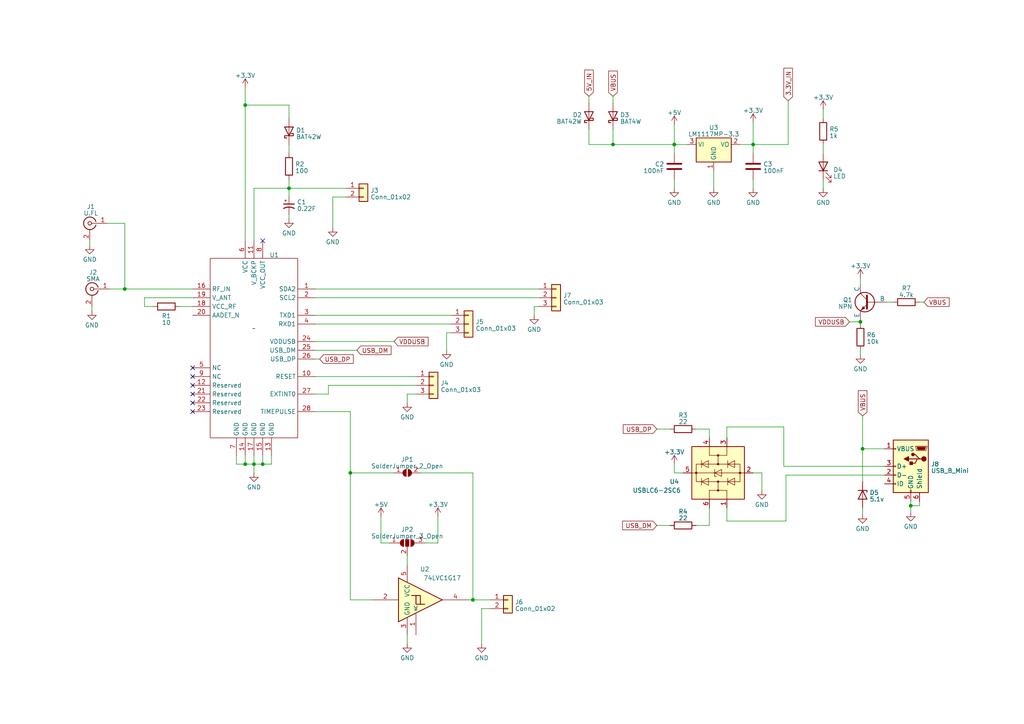
<source format=kicad_sch>
(kicad_sch (version 20230121) (generator eeschema)
  (paper "A4")
  (lib_symbols
    (symbol "74xGxx:74LVC1G17"
      (property "Reference" "U" (at 2.54 7.62 0))
      (property "Value" "74LVC1G17" (at 5.08 -7.62 0))
      (symbol "74LVC1G17_0_1"
        (polyline (pts (xy -2.54 1.27) (xy -1.27 1.27) (xy -1.27 -1.27)) (stroke (width 0.254)) (fill (type background)))
        (polyline (pts (xy -7.62 6.35) (xy -7.62 -6.35) (xy 5.08 0) (xy -7.62 6.35)) (stroke (width 0.254)) (fill (type background)))
        (polyline (pts (xy -3.81 1.27) (xy -2.54 1.27) (xy -2.54 -1.27) (xy 0 -1.27)) (stroke (width 0.254)) (fill (type background)))
      )
      (symbol "74LVC1G17_1_1"
        (pin free line (at -2.54 -10.16 90) (length 6.35) (name "NC") (number "1"))
        (pin input line (at -15.24 0 0) (length 7.62) (name "~") (number "2"))
        (pin power_in line (at -5.08 -10.16 90) (length 5.08) (name "GND") (number "3"))
        (pin output line (at 12.7 0 180) (length 7.62) (name "~") (number "4"))
        (pin power_in line (at -5.08 10.16 270) (length 5.08) (name "VCC") (number "5"))
      )
    )
    (symbol "Connector:Conn_Coaxial" (pin_names (offset 1.016) hide)
      (property "Reference" "J" (at 0.254 3.048 0))
      (property "Value" "Conn_Coaxial" (at 2.921 0 90))
      (symbol "Conn_Coaxial_0_1"
        (arc (start -1.778 -0.508) (mid 0.2311 -1.8066) (end 1.778 0) (stroke (width 0.254)))
        (polyline (pts (xy -2.54 0) (xy -0.508 0)))
        (polyline (pts (xy 0 -2.54) (xy 0 -1.778)))
        (circle (center 0 0) (radius 0.508) (stroke (width 0.2032)))
        (arc (start 1.778 0) (mid 0.2099 1.8101) (end -1.778 0.508) (stroke (width 0.254)))
      )
      (symbol "Conn_Coaxial_1_1"
        (pin passive line (at -5.08 0 0) (length 2.54) (name "In") (number "1"))
        (pin passive line (at 0 -5.08 90) (length 2.54) (name "Ext") (number "2"))
      )
    )
    (symbol "Connector:USB_B_Mini" (pin_names (offset 1.016))
      (property "Reference" "J" (at -5.08 11.43 0))
      (property "Value" "USB_B_Mini" (at -5.08 8.89 0))
      (symbol "USB_B_Mini_0_1"
        (rectangle (start -5.08 -7.62) (end 5.08 7.62) (stroke (width 0.254)) (fill (type background)))
        (circle (center -3.81 2.159) (radius 0.635) (stroke (width 0.254)) (fill (type outline)))
        (circle (center -0.635 3.429) (radius 0.381) (stroke (width 0.254)) (fill (type outline)))
        (rectangle (start -0.127 -7.62) (end 0.127 -6.858))
        (polyline (pts (xy -1.905 2.159) (xy 0.635 2.159)) (stroke (width 0.254)))
        (polyline (pts (xy -3.175 2.159) (xy -2.54 2.159) (xy -1.27 3.429) (xy -0.635 3.429)) (stroke (width 0.254)))
        (polyline (pts (xy -2.54 2.159) (xy -1.905 2.159) (xy -1.27 0.889) (xy 0 0.889)) (stroke (width 0.254)))
        (polyline (pts (xy 0.635 2.794) (xy 0.635 1.524) (xy 1.905 2.159) (xy 0.635 2.794)) (stroke (width 0.254)) (fill (type outline)))
        (polyline (pts (xy -4.318 5.588) (xy -1.778 5.588) (xy -2.032 4.826) (xy -4.064 4.826) (xy -4.318 5.588)) (fill (type outline)))
        (polyline (pts (xy -4.699 5.842) (xy -4.699 5.588) (xy -4.445 4.826) (xy -4.445 4.572) (xy -1.651 4.572) (xy -1.651 4.826) (xy -1.397 5.588) (xy -1.397 5.842) (xy -4.699 5.842)))
        (rectangle (start 0.254 1.27) (end -0.508 0.508) (stroke (width 0.254)) (fill (type outline)))
        (rectangle (start 5.08 -5.207) (end 4.318 -4.953))
        (rectangle (start 5.08 -2.667) (end 4.318 -2.413))
        (rectangle (start 5.08 -0.127) (end 4.318 0.127))
        (rectangle (start 5.08 4.953) (end 4.318 5.207))
      )
      (symbol "USB_B_Mini_1_1"
        (pin power_out line (at 7.62 5.08 180) (length 2.54) (name "VBUS") (number "1"))
        (pin bidirectional line (at 7.62 -2.54 180) (length 2.54) (name "D-") (number "2"))
        (pin bidirectional line (at 7.62 0 180) (length 2.54) (name "D+") (number "3"))
        (pin passive line (at 7.62 -5.08 180) (length 2.54) (name "ID") (number "4"))
        (pin power_out line (at 0 -10.16 90) (length 2.54) (name "GND") (number "5"))
        (pin passive line (at -2.54 -10.16 90) (length 2.54) (name "Shield") (number "6"))
      )
    )
    (symbol "Connector_Generic:Conn_01x02" (pin_names (offset 1.016) hide)
      (property "Reference" "J" (at 0 2.54 0))
      (property "Value" "Conn_01x02" (at 0 -5.08 0))
      (symbol "Conn_01x02_1_1"
        (rectangle (start -1.27 -2.413) (end 0 -2.667) (stroke (width 0.1524)))
        (rectangle (start -1.27 0.127) (end 0 -0.127) (stroke (width 0.1524)))
        (rectangle (start -1.27 1.27) (end 1.27 -3.81) (stroke (width 0.254)) (fill (type background)))
        (pin passive line (at -5.08 0 0) (length 3.81) (name "Pin_1") (number "1"))
        (pin passive line (at -5.08 -2.54 0) (length 3.81) (name "Pin_2") (number "2"))
      )
    )
    (symbol "Connector_Generic:Conn_01x03" (pin_names (offset 1.016) hide)
      (property "Reference" "J" (at 0 5.08 0))
      (property "Value" "Conn_01x03" (at 0 -5.08 0))
      (symbol "Conn_01x03_1_1"
        (rectangle (start -1.27 -2.413) (end 0 -2.667) (stroke (width 0.1524)))
        (rectangle (start -1.27 0.127) (end 0 -0.127) (stroke (width 0.1524)))
        (rectangle (start -1.27 2.667) (end 0 2.413) (stroke (width 0.1524)))
        (rectangle (start -1.27 3.81) (end 1.27 -3.81) (stroke (width 0.254)) (fill (type background)))
        (pin passive line (at -5.08 2.54 0) (length 3.81) (name "Pin_1") (number "1"))
        (pin passive line (at -5.08 0 0) (length 3.81) (name "Pin_2") (number "2"))
        (pin passive line (at -5.08 -2.54 0) (length 3.81) (name "Pin_3") (number "3"))
      )
    )
    (symbol "Device:C" (pin_numbers hide) (pin_names (offset 0.254))
      (property "Reference" "C" (at 0.635 2.54 0))
      (property "Value" "C" (at 0.635 -2.54 0))
      (symbol "C_0_1"
        (polyline (pts (xy -2.032 -0.762) (xy 2.032 -0.762)) (stroke (width 0.508)))
        (polyline (pts (xy -2.032 0.762) (xy 2.032 0.762)) (stroke (width 0.508)))
      )
      (symbol "C_1_1"
        (pin passive line (at 0 3.81 270) (length 2.794) (name "~") (number "1"))
        (pin passive line (at 0 -3.81 90) (length 2.794) (name "~") (number "2"))
      )
    )
    (symbol "Device:C_Polarized_Small_US" (pin_numbers hide) (pin_names (offset 0.254) hide)
      (property "Reference" "C" (at 0.254 1.778 0))
      (property "Value" "C_Polarized_Small_US" (at 0.254 -2.032 0))
      (symbol "C_Polarized_Small_US_0_1"
        (polyline (pts (xy -1.524 0.508) (xy 1.524 0.508)) (stroke (width 0.3048)))
        (polyline (pts (xy -1.27 1.524) (xy -0.762 1.524)))
        (polyline (pts (xy -1.016 1.27) (xy -1.016 1.778)))
        (arc (start 1.524 -0.762) (mid 0 -0.3734) (end -1.524 -0.762) (stroke (width 0.3048)))
      )
      (symbol "C_Polarized_Small_US_1_1"
        (pin passive line (at 0 2.54 270) (length 2.032) (name "~") (number "1"))
        (pin passive line (at 0 -2.54 90) (length 2.032) (name "~") (number "2"))
      )
    )
    (symbol "Device:D_Schottky" (pin_numbers hide) (pin_names (offset 1.016) hide)
      (property "Reference" "D" (at 0 2.54 0))
      (property "Value" "D_Schottky" (at 0 -2.54 0))
      (symbol "D_Schottky_0_1"
        (polyline (pts (xy 1.27 0) (xy -1.27 0)))
        (polyline (pts (xy 1.27 1.27) (xy 1.27 -1.27) (xy -1.27 0) (xy 1.27 1.27)) (stroke (width 0.254)))
        (polyline (pts (xy -1.905 0.635) (xy -1.905 1.27) (xy -1.27 1.27) (xy -1.27 -1.27) (xy -0.635 -1.27) (xy -0.635 -0.635)) (stroke (width 0.254)))
      )
      (symbol "D_Schottky_1_1"
        (pin passive line (at -3.81 0 0) (length 2.54) (name "K") (number "1"))
        (pin passive line (at 3.81 0 180) (length 2.54) (name "A") (number "2"))
      )
    )
    (symbol "Device:D_Zener" (pin_numbers hide) (pin_names (offset 1.016) hide)
      (property "Reference" "D" (at 0 2.54 0))
      (property "Value" "D_Zener" (at 0 -2.54 0))
      (symbol "D_Zener_0_1"
        (polyline (pts (xy 1.27 0) (xy -1.27 0)))
        (polyline (pts (xy -1.27 -1.27) (xy -1.27 1.27) (xy -0.762 1.27)) (stroke (width 0.254)))
        (polyline (pts (xy 1.27 -1.27) (xy 1.27 1.27) (xy -1.27 0) (xy 1.27 -1.27)) (stroke (width 0.254)))
      )
      (symbol "D_Zener_1_1"
        (pin passive line (at -3.81 0 0) (length 2.54) (name "K") (number "1"))
        (pin passive line (at 3.81 0 180) (length 2.54) (name "A") (number "2"))
      )
    )
    (symbol "Device:LED" (pin_numbers hide) (pin_names (offset 1.016) hide)
      (property "Reference" "D" (at 0 2.54 0))
      (property "Value" "LED" (at 0 -2.54 0))
      (symbol "LED_0_1"
        (polyline (pts (xy -1.27 -1.27) (xy -1.27 1.27)) (stroke (width 0.254)))
        (polyline (pts (xy -1.27 0) (xy 1.27 0)))
        (polyline (pts (xy 1.27 -1.27) (xy 1.27 1.27) (xy -1.27 0) (xy 1.27 -1.27)) (stroke (width 0.254)))
        (polyline (pts (xy -3.048 -0.762) (xy -4.572 -2.286) (xy -3.81 -2.286) (xy -4.572 -2.286) (xy -4.572 -1.524)))
        (polyline (pts (xy -1.778 -0.762) (xy -3.302 -2.286) (xy -2.54 -2.286) (xy -3.302 -2.286) (xy -3.302 -1.524)))
      )
      (symbol "LED_1_1"
        (pin passive line (at -3.81 0 0) (length 2.54) (name "K") (number "1"))
        (pin passive line (at 3.81 0 180) (length 2.54) (name "A") (number "2"))
      )
    )
    (symbol "Device:R" (pin_numbers hide) (pin_names (offset 0))
      (property "Reference" "R" (at 2.032 0 90))
      (property "Value" "R" (at 0 0 90))
      (symbol "R_0_1"
        (rectangle (start -1.016 -2.54) (end 1.016 2.54) (stroke (width 0.254)))
      )
      (symbol "R_1_1"
        (pin passive line (at 0 3.81 270) (length 1.27) (name "~") (number "1"))
        (pin passive line (at 0 -3.81 90) (length 1.27) (name "~") (number "2"))
      )
    )
    (symbol "Jumper:SolderJumper_2_Open" (pin_names (offset 0) hide)
      (property "Reference" "JP" (at 0 2.032 0))
      (property "Value" "SolderJumper_2_Open" (at 0 -2.54 0))
      (symbol "SolderJumper_2_Open_0_1"
        (arc (start -0.254 1.016) (mid -1.2656 0) (end -0.254 -1.016))
        (arc (start -0.254 1.016) (mid -1.2656 0) (end -0.254 -1.016) (fill (type outline)))
        (polyline (pts (xy -0.254 1.016) (xy -0.254 -1.016)))
        (polyline (pts (xy 0.254 1.016) (xy 0.254 -1.016)))
        (arc (start 0.254 -1.016) (mid 1.2656 0) (end 0.254 1.016))
        (arc (start 0.254 -1.016) (mid 1.2656 0) (end 0.254 1.016) (fill (type outline)))
      )
      (symbol "SolderJumper_2_Open_1_1"
        (pin passive line (at -3.81 0 0) (length 2.54) (name "A") (number "1"))
        (pin passive line (at 3.81 0 180) (length 2.54) (name "B") (number "2"))
      )
    )
    (symbol "Jumper:SolderJumper_3_Open" (pin_names (offset 0) hide)
      (property "Reference" "JP" (at -2.54 -2.54 0))
      (property "Value" "SolderJumper_3_Open" (at 0 2.794 0))
      (symbol "SolderJumper_3_Open_0_1"
        (arc (start -1.016 1.016) (mid -2.0276 0) (end -1.016 -1.016))
        (arc (start -1.016 1.016) (mid -2.0276 0) (end -1.016 -1.016) (fill (type outline)))
        (rectangle (start -0.508 1.016) (end 0.508 -1.016) (fill (type outline)))
        (polyline (pts (xy -2.54 0) (xy -2.032 0)))
        (polyline (pts (xy -1.016 1.016) (xy -1.016 -1.016)))
        (polyline (pts (xy 0 -1.27) (xy 0 -1.016)))
        (polyline (pts (xy 1.016 1.016) (xy 1.016 -1.016)))
        (polyline (pts (xy 2.54 0) (xy 2.032 0)))
        (arc (start 1.016 -1.016) (mid 2.0276 0) (end 1.016 1.016))
        (arc (start 1.016 -1.016) (mid 2.0276 0) (end 1.016 1.016) (fill (type outline)))
      )
      (symbol "SolderJumper_3_Open_1_1"
        (pin passive line (at -5.08 0 0) (length 2.54) (name "A") (number "1"))
        (pin passive line (at 0 -3.81 90) (length 2.54) (name "C") (number "2"))
        (pin passive line (at 5.08 0 180) (length 2.54) (name "B") (number "3"))
      )
    )
    (symbol "Power_Protection:USBLC6-2SC6" (pin_names hide)
      (property "Reference" "U" (at 2.54 8.89 0))
      (property "Value" "USBLC6-2SC6" (at 2.54 -8.89 0))
      (symbol "USBLC6-2SC6_0_1"
        (rectangle (start -7.62 -7.62) (end 7.62 7.62) (stroke (width 0.254)) (fill (type background)))
        (circle (center -5.08 0) (radius 0.254) (fill (type outline)))
        (circle (center -2.54 0) (radius 0.254) (fill (type outline)))
        (rectangle (start -2.54 6.35) (end 2.54 -6.35))
        (circle (center 0 -6.35) (radius 0.254) (fill (type outline)))
        (polyline (pts (xy -5.08 -2.54) (xy -7.62 -2.54)))
        (polyline (pts (xy -5.08 0) (xy -5.08 -2.54)))
        (polyline (pts (xy -5.08 2.54) (xy -7.62 2.54)))
        (polyline (pts (xy -1.524 -2.794) (xy -3.556 -2.794)))
        (polyline (pts (xy -1.524 4.826) (xy -3.556 4.826)))
        (polyline (pts (xy 0 -7.62) (xy 0 -6.35)))
        (polyline (pts (xy 0 -6.35) (xy 0 1.27)))
        (polyline (pts (xy 0 1.27) (xy 0 6.35)))
        (polyline (pts (xy 0 6.35) (xy 0 7.62)))
        (polyline (pts (xy 1.524 -2.794) (xy 3.556 -2.794)))
        (polyline (pts (xy 1.524 4.826) (xy 3.556 4.826)))
        (polyline (pts (xy 5.08 -2.54) (xy 7.62 -2.54)))
        (polyline (pts (xy 5.08 0) (xy 5.08 -2.54)))
        (polyline (pts (xy 5.08 2.54) (xy 7.62 2.54)))
        (polyline (pts (xy -2.54 0) (xy -5.08 0) (xy -5.08 2.54)))
        (polyline (pts (xy 2.54 0) (xy 5.08 0) (xy 5.08 2.54)))
        (polyline (pts (xy -3.556 -4.826) (xy -1.524 -4.826) (xy -2.54 -2.794) (xy -3.556 -4.826)))
        (polyline (pts (xy -3.556 2.794) (xy -1.524 2.794) (xy -2.54 4.826) (xy -3.556 2.794)))
        (polyline (pts (xy -1.016 -1.016) (xy 1.016 -1.016) (xy 0 1.016) (xy -1.016 -1.016)))
        (polyline (pts (xy 1.016 1.016) (xy 0.762 1.016) (xy -1.016 1.016) (xy -1.016 0.508)))
        (polyline (pts (xy 3.556 -4.826) (xy 1.524 -4.826) (xy 2.54 -2.794) (xy 3.556 -4.826)))
        (polyline (pts (xy 3.556 2.794) (xy 1.524 2.794) (xy 2.54 4.826) (xy 3.556 2.794)))
        (circle (center 0 6.35) (radius 0.254) (fill (type outline)))
        (circle (center 2.54 0) (radius 0.254) (fill (type outline)))
        (circle (center 5.08 0) (radius 0.254) (fill (type outline)))
      )
      (symbol "USBLC6-2SC6_1_1"
        (pin passive line (at -10.16 -2.54 0) (length 2.54) (name "I/O1") (number "1"))
        (pin passive line (at 0 -10.16 90) (length 2.54) (name "GND") (number "2"))
        (pin passive line (at 10.16 -2.54 180) (length 2.54) (name "I/O2") (number "3"))
        (pin passive line (at 10.16 2.54 180) (length 2.54) (name "I/O2") (number "4"))
        (pin passive line (at 0 10.16 270) (length 2.54) (name "VBUS") (number "5"))
        (pin passive line (at -10.16 2.54 0) (length 2.54) (name "I/O1") (number "6"))
      )
    )
    (symbol "Regulator_Linear:LM1117MP-3.3"
      (property "Reference" "U" (at -3.81 3.175 0))
      (property "Value" "LM1117MP-3.3" (at 0 3.175 0))
      (symbol "LM1117MP-3.3_0_1"
        (rectangle (start -5.08 -5.08) (end 5.08 1.905) (stroke (width 0.254)) (fill (type background)))
      )
      (symbol "LM1117MP-3.3_1_1"
        (pin power_in line (at 0 -7.62 90) (length 2.54) (name "GND") (number "1"))
        (pin power_out line (at 7.62 0 180) (length 2.54) (name "VO") (number "2"))
        (pin power_in line (at -7.62 0 0) (length 2.54) (name "VI") (number "3"))
      )
    )
    (symbol "Simulation_SPICE:NPN" (pin_numbers hide) (pin_names (offset 0))
      (property "Reference" "Q" (at -2.54 7.62 0))
      (property "Value" "NPN" (at -2.54 5.08 0))
      (symbol "NPN_0_1"
        (polyline (pts (xy -2.54 0) (xy 0.635 0)) (stroke (width 0.1524)))
        (polyline (pts (xy 0.635 0.635) (xy 2.54 2.54)))
        (polyline (pts (xy 2.794 -1.27) (xy 2.794 -1.27)) (stroke (width 0.1524)))
        (polyline (pts (xy 2.794 -1.27) (xy 2.794 -1.27)) (stroke (width 0.1524)))
        (polyline (pts (xy 0.635 -0.635) (xy 2.54 -2.54) (xy 2.54 -2.54)))
        (polyline (pts (xy 0.635 1.905) (xy 0.635 -1.905) (xy 0.635 -1.905)) (stroke (width 0.508)))
        (polyline (pts (xy 1.27 -1.778) (xy 1.778 -1.27) (xy 2.286 -2.286) (xy 1.27 -1.778) (xy 1.27 -1.778)) (fill (type outline)))
        (circle (center 1.27 0) (radius 2.8194) (stroke (width 0.254)))
      )
      (symbol "NPN_1_1"
        (pin open_collector line (at 2.54 5.08 270) (length 2.54) (name "C") (number "1"))
        (pin input line (at -5.08 0 0) (length 2.54) (name "B") (number "2"))
        (pin open_emitter line (at 2.54 -5.08 90) (length 2.54) (name "E") (number "3"))
      )
    )
    (symbol "power:+3.3V" (power) (pin_names (offset 0))
      (property "Value" "+3.3V" (at 0 3.556 0))
      (symbol "+3.3V_0_1"
        (polyline (pts (xy -0.762 1.27) (xy 0 2.54)))
        (polyline (pts (xy 0 0) (xy 0 2.54)))
        (polyline (pts (xy 0 2.54) (xy 0.762 1.27)))
      )
      (symbol "+3.3V_1_1"
        (pin power_in line (at 0 0 90) (length 0) hide (name "+3.3V") (number "1"))
      )
    )
    (symbol "power:+5V" (power) (pin_names (offset 0))
      (property "Value" "+5V" (at 0 3.556 0))
      (symbol "+5V_0_1"
        (polyline (pts (xy -0.762 1.27) (xy 0 2.54)))
        (polyline (pts (xy 0 0) (xy 0 2.54)))
        (polyline (pts (xy 0 2.54) (xy 0.762 1.27)))
      )
      (symbol "+5V_1_1"
        (pin power_in line (at 0 0 90) (length 0) hide (name "+5V") (number "1"))
      )
    )
    (symbol "power:GND" (power) (pin_names (offset 0))
      (property "Value" "GND" (at 0 -3.81 0))
      (symbol "GND_0_1"
        (polyline (pts (xy 0 0) (xy 0 -1.27) (xy 1.27 -1.27) (xy 0 -2.54) (xy -1.27 -1.27) (xy 0 -1.27)))
      )
      (symbol "GND_1_1"
        (pin power_in line (at 0 0 270) (length 0) hide (name "GND") (number "1"))
      )
    )
    (symbol "ublox-lea-6h:ublox-lea-6h"
      (property "Reference" "U" (at 0 0 0))
      (symbol "ublox-lea-6h_1_1"
        (rectangle (start -12.7 26.67) (end 12.7 -25.4))
        (pin bidirectional line (at 17.78 17.78 180) (length 5.08) (name "SDA2") (number "1"))
        (pin input line (at 17.78 -7.62 180) (length 5.08) (name "RESET") (number "10"))
        (pin power_in line (at 0 31.75 270) (length 5.08) (name "V_BCKP") (number "11"))
        (pin no_connect line (at -17.78 -10.16 0) (length 5.08) (name "Reserved") (number "12"))
        (pin power_in line (at 5.08 -30.48 90) (length 5.08) (name "GND") (number "13"))
        (pin power_in line (at -2.54 -30.48 90) (length 5.08) (name "GND") (number "14"))
        (pin power_in line (at 2.54 -30.48 90) (length 5.08) (name "GND") (number "15"))
        (pin input line (at -17.78 17.78 0) (length 5.08) (name "RF_IN") (number "16"))
        (pin power_in line (at 0 -30.48 90) (length 5.08) (name "GND") (number "17"))
        (pin power_in line (at -17.78 12.7 0) (length 5.08) (name "VCC_RF") (number "18"))
        (pin power_in line (at -17.78 15.24 0) (length 5.08) (name "V_ANT") (number "19"))
        (pin input line (at 17.78 15.24 180) (length 5.08) (name "SCL2") (number "2"))
        (pin input line (at -17.78 10.16 0) (length 5.08) (name "AADET_N") (number "20"))
        (pin no_connect line (at -17.78 -12.7 0) (length 5.08) (name "Reserved") (number "21"))
        (pin no_connect line (at -17.78 -15.24 0) (length 5.08) (name "Reserved") (number "22"))
        (pin no_connect line (at -17.78 -17.78 0) (length 5.08) (name "Reserved") (number "23"))
        (pin power_in line (at 17.78 2.54 180) (length 5.08) (name "VDDUSB") (number "24"))
        (pin bidirectional line (at 17.78 0 180) (length 5.08) (name "USB_DM") (number "25"))
        (pin bidirectional line (at 17.78 -2.54 180) (length 5.08) (name "USB_DP") (number "26"))
        (pin input line (at 17.78 -12.7 180) (length 5.08) (name "EXTINT0") (number "27"))
        (pin output line (at 17.78 -17.78 180) (length 5.08) (name "TIMEPULSE") (number "28"))
        (pin output line (at 17.78 10.16 180) (length 5.08) (name "TXD1") (number "3"))
        (pin input line (at 17.78 7.62 180) (length 5.08) (name "RXD1") (number "4"))
        (pin no_connect line (at -17.78 -5.08 0) (length 5.08) (name "NC") (number "5"))
        (pin power_in line (at -2.54 31.75 270) (length 5.08) (name "VCC") (number "6"))
        (pin power_in line (at -5.08 -30.48 90) (length 5.08) (name "GND") (number "7"))
        (pin power_out line (at 2.54 31.75 270) (length 5.08) (name "VCC_OUT") (number "8"))
        (pin no_connect line (at -17.78 -7.62 0) (length 5.08) (name "NC") (number "9"))
      )
    )
  )
  (junction (at 177.8 41.91))
  (junction (at 71.12 134.62))
  (junction (at 249.555 93.345))
  (junction (at 195.58 41.91))
  (junction (at 101.6 137.16))
  (junction (at 250.19 130.175))
  (junction (at 218.44 41.91))
  (junction (at 36.195 83.82))
  (junction (at 73.66 134.62))
  (junction (at 76.2 134.62))
  (junction (at 83.82 54.61))
  (junction (at 264.16 146.685))
  (junction (at 137.16 173.99))
  (junction (at 71.12 30.48))
  (no_connect (at 55.88 111.76))
  (no_connect (at 55.88 119.38))
  (no_connect (at 55.88 109.22))
  (no_connect (at 55.88 116.84))
  (no_connect (at 55.88 106.68))
  (no_connect (at 76.2 69.85))
  (no_connect (at 55.88 114.3))
  (wire (pts (xy 218.44 41.91) (xy 228.6 41.91)))
  (wire (pts (xy 68.58 134.62) (xy 71.12 134.62)))
  (wire (pts (xy 36.195 83.82) (xy 55.88 83.82)))
  (wire (pts (xy 83.82 62.23) (xy 83.82 63.5)))
  (wire (pts (xy 156.21 88.9) (xy 154.94 88.9)))
  (wire (pts (xy 110.49 149.86) (xy 110.49 157.48)))
  (wire (pts (xy 73.66 134.62) (xy 76.2 134.62)))
  (wire (pts (xy 83.82 30.48) (xy 71.12 30.48)))
  (wire (pts (xy 130.81 96.52) (xy 129.54 96.52)))
  (wire (pts (xy 218.44 41.91) (xy 218.44 44.45)))
  (wire (pts (xy 198.12 137.16) (xy 195.58 137.16)))
  (wire (pts (xy 137.16 137.16) (xy 137.16 173.99)))
  (wire (pts (xy 218.44 52.07) (xy 218.44 54.61)))
  (wire (pts (xy 91.44 91.44) (xy 130.81 91.44)))
  (wire (pts (xy 177.8 41.91) (xy 195.58 41.91)))
  (wire (pts (xy 71.12 132.08) (xy 71.12 134.62)))
  (wire (pts (xy 55.88 86.36) (xy 41.91 86.36)))
  (wire (pts (xy 118.11 161.29) (xy 118.11 163.83)))
  (wire (pts (xy 91.44 93.98) (xy 130.81 93.98)))
  (wire (pts (xy 249.555 93.345) (xy 249.555 93.98)))
  (wire (pts (xy 101.6 137.16) (xy 114.3 137.16)))
  (wire (pts (xy 73.66 54.61) (xy 83.82 54.61)))
  (wire (pts (xy 83.82 41.91) (xy 83.82 44.45)))
  (wire (pts (xy 127 149.86) (xy 127 157.48)))
  (wire (pts (xy 123.19 157.48) (xy 127 157.48)))
  (wire (pts (xy 91.44 101.6) (xy 103.505 101.6)))
  (wire (pts (xy 220.98 137.16) (xy 220.98 142.24)))
  (wire (pts (xy 195.58 41.91) (xy 195.58 44.45)))
  (wire (pts (xy 238.76 31.75) (xy 238.76 34.29)))
  (wire (pts (xy 257.175 87.63) (xy 259.08 87.63)))
  (wire (pts (xy 195.58 137.16) (xy 195.58 134.62)))
  (wire (pts (xy 249.555 101.6) (xy 249.555 102.87)))
  (wire (pts (xy 83.82 52.07) (xy 83.82 54.61)))
  (wire (pts (xy 250.19 130.175) (xy 256.54 130.175)))
  (wire (pts (xy 170.815 37.465) (xy 170.815 41.91)))
  (wire (pts (xy 170.815 41.91) (xy 177.8 41.91)))
  (wire (pts (xy 83.82 54.61) (xy 100.33 54.61)))
  (wire (pts (xy 91.44 99.06) (xy 114.3 99.06)))
  (wire (pts (xy 264.16 145.415) (xy 264.16 146.685)))
  (wire (pts (xy 91.44 119.38) (xy 101.6 119.38)))
  (wire (pts (xy 71.12 25.4) (xy 71.12 30.48)))
  (wire (pts (xy 83.82 54.61) (xy 83.82 57.15)))
  (wire (pts (xy 26.67 88.9) (xy 26.67 90.17)))
  (wire (pts (xy 264.16 146.685) (xy 264.16 148.59)))
  (wire (pts (xy 205.74 124.46) (xy 205.74 127)))
  (wire (pts (xy 195.58 52.07) (xy 195.58 54.61)))
  (wire (pts (xy 266.7 87.63) (xy 267.97 87.63)))
  (wire (pts (xy 83.82 34.29) (xy 83.82 30.48)))
  (wire (pts (xy 36.195 64.77) (xy 36.195 83.82)))
  (wire (pts (xy 227.33 135.255) (xy 227.33 123.825)))
  (wire (pts (xy 177.8 27.94) (xy 177.8 29.845)))
  (wire (pts (xy 177.8 37.465) (xy 177.8 41.91)))
  (wire (pts (xy 250.19 120.65) (xy 250.19 130.175)))
  (wire (pts (xy 31.115 64.77) (xy 36.195 64.77)))
  (wire (pts (xy 73.66 54.61) (xy 73.66 69.85)))
  (wire (pts (xy 100.33 57.15) (xy 96.52 57.15)))
  (wire (pts (xy 91.44 109.22) (xy 120.65 109.22)))
  (wire (pts (xy 137.16 173.99) (xy 142.24 173.99)))
  (wire (pts (xy 135.89 173.99) (xy 137.16 173.99)))
  (wire (pts (xy 256.54 135.255) (xy 227.33 135.255)))
  (wire (pts (xy 118.11 114.3) (xy 118.11 116.84)))
  (wire (pts (xy 249.555 80.645) (xy 249.555 82.55)))
  (wire (pts (xy 210.82 151.13) (xy 227.965 151.13)))
  (wire (pts (xy 238.76 41.91) (xy 238.76 44.45)))
  (wire (pts (xy 190.5 124.46) (xy 194.31 124.46)))
  (wire (pts (xy 101.6 173.99) (xy 107.95 173.99)))
  (wire (pts (xy 170.815 27.94) (xy 170.815 29.845)))
  (wire (pts (xy 207.01 49.53) (xy 207.01 54.61)))
  (wire (pts (xy 73.66 134.62) (xy 73.66 137.16)))
  (wire (pts (xy 120.65 114.3) (xy 118.11 114.3)))
  (wire (pts (xy 228.6 41.91) (xy 228.6 29.21)))
  (wire (pts (xy 266.7 146.685) (xy 266.7 145.415)))
  (wire (pts (xy 195.58 41.91) (xy 199.39 41.91)))
  (wire (pts (xy 205.74 147.32) (xy 205.74 152.4)))
  (wire (pts (xy 91.44 86.36) (xy 156.21 86.36)))
  (wire (pts (xy 91.44 104.14) (xy 92.71 104.14)))
  (wire (pts (xy 227.965 137.795) (xy 256.54 137.795)))
  (wire (pts (xy 238.76 52.07) (xy 238.76 54.61)))
  (wire (pts (xy 113.03 157.48) (xy 110.49 157.48)))
  (wire (pts (xy 250.19 130.175) (xy 250.19 139.7)))
  (wire (pts (xy 52.07 88.9) (xy 55.88 88.9)))
  (wire (pts (xy 91.44 114.3) (xy 95.25 114.3)))
  (wire (pts (xy 76.2 132.08) (xy 76.2 134.62)))
  (wire (pts (xy 71.12 30.48) (xy 71.12 69.85)))
  (wire (pts (xy 264.16 146.685) (xy 266.7 146.685)))
  (wire (pts (xy 41.91 88.9) (xy 44.45 88.9)))
  (wire (pts (xy 101.6 119.38) (xy 101.6 137.16)))
  (wire (pts (xy 71.12 134.62) (xy 73.66 134.62)))
  (wire (pts (xy 91.44 83.82) (xy 156.21 83.82)))
  (wire (pts (xy 78.74 134.62) (xy 78.74 132.08)))
  (wire (pts (xy 142.24 176.53) (xy 139.7 176.53)))
  (wire (pts (xy 218.44 137.16) (xy 220.98 137.16)))
  (wire (pts (xy 95.25 114.3) (xy 95.25 111.76)))
  (wire (pts (xy 227.965 151.13) (xy 227.965 137.795)))
  (wire (pts (xy 190.5 152.4) (xy 194.31 152.4)))
  (wire (pts (xy 210.82 123.825) (xy 210.82 127)))
  (wire (pts (xy 76.2 134.62) (xy 78.74 134.62)))
  (wire (pts (xy 95.25 111.76) (xy 120.65 111.76)))
  (wire (pts (xy 121.92 137.16) (xy 137.16 137.16)))
  (wire (pts (xy 73.66 132.08) (xy 73.66 134.62)))
  (wire (pts (xy 250.19 147.32) (xy 250.19 149.225)))
  (wire (pts (xy 129.54 96.52) (xy 129.54 101.6)))
  (wire (pts (xy 249.555 92.71) (xy 249.555 93.345)))
  (wire (pts (xy 227.33 123.825) (xy 210.82 123.825)))
  (wire (pts (xy 154.94 88.9) (xy 154.94 91.44)))
  (wire (pts (xy 31.75 83.82) (xy 36.195 83.82)))
  (wire (pts (xy 26.035 69.85) (xy 26.035 71.12)))
  (wire (pts (xy 246.38 93.345) (xy 249.555 93.345)))
  (wire (pts (xy 139.7 176.53) (xy 139.7 186.69)))
  (wire (pts (xy 195.58 36.195) (xy 195.58 41.91)))
  (wire (pts (xy 118.11 184.15) (xy 118.11 186.69)))
  (wire (pts (xy 68.58 132.08) (xy 68.58 134.62)))
  (wire (pts (xy 41.91 86.36) (xy 41.91 88.9)))
  (wire (pts (xy 96.52 57.15) (xy 96.52 66.04)))
  (wire (pts (xy 218.44 35.56) (xy 218.44 41.91)))
  (wire (pts (xy 210.82 147.32) (xy 210.82 151.13)))
  (wire (pts (xy 201.93 152.4) (xy 205.74 152.4)))
  (wire (pts (xy 101.6 137.16) (xy 101.6 173.99)))
  (wire (pts (xy 214.63 41.91) (xy 218.44 41.91)))
  (wire (pts (xy 205.74 124.46) (xy 201.93 124.46)))
  (global_label "VDDUSB" (shape input) (at 246.38 93.345 180) (property "Intersheetrefs" "${INTERSHEET_REFS}" (effects hide)))
  (global_label "VBUS" (shape input) (at 267.97 87.63 0) (property "Intersheetrefs" "${INTERSHEET_REFS}" (effects hide)))
  (global_label "5V_IN" (shape input) (at 170.815 27.94 90) (property "Intersheetrefs" "${INTERSHEET_REFS}" (effects hide)))
  (global_label "3.3V_IN" (shape input) (at 228.6 29.21 90) (property "Intersheetrefs" "${INTERSHEET_REFS}" (effects hide)))
  (global_label "VBUS" (shape input) (at 177.8 27.94 90) (property "Intersheetrefs" "${INTERSHEET_REFS}" (effects hide)))
  (global_label "USB_DP" (shape input) (at 190.5 124.46 180) (property "Intersheetrefs" "${INTERSHEET_REFS}" (effects hide)))
  (global_label "VDDUSB" (shape input) (at 114.3 99.06 0) (property "Intersheetrefs" "${INTERSHEET_REFS}" (effects hide)))
  (global_label "USB_DM" (shape input) (at 103.505 101.6 0) (property "Intersheetrefs" "${INTERSHEET_REFS}" (effects hide)))
  (global_label "VBUS" (shape input) (at 250.19 120.65 90) (property "Intersheetrefs" "${INTERSHEET_REFS}" (effects hide)))
  (global_label "USB_DP" (shape input) (at 92.71 104.14 0) (property "Intersheetrefs" "${INTERSHEET_REFS}" (effects hide)))
  (global_label "USB_DM" (shape input) (at 190.5 152.4 180) (property "Intersheetrefs" "${INTERSHEET_REFS}" (effects hide)))
  (symbol (lib_id "Connector:Conn_Coaxial") (at 26.67 83.82 0) (mirror y) (unit 1)
    (property "Reference" "J2" (at 26.9874 78.9835 0))
    (property "Value" "SMA" (at 26.9874 80.9045 0))
    (property "Footprint" "Connector_Coaxial:SMA_Amphenol_901-144_Vertical" (effects hide))
    (property "Datasheet" " ~" (effects hide))
  )
  (symbol (lib_id "power:+3.3V") (at 238.76 31.75 0) (unit 1)
    (property "Reference" "#PWR021" (effects hide))
    (property "Value" "+3.3V" (at 238.76 28.2481 0))
  )
  (symbol (lib_id "power:+3.3V") (at 195.58 134.62 0) (unit 1)
    (property "Reference" "#PWR016" (effects hide))
    (property "Value" "+3.3V" (at 195.58 131.1181 0))
  )
  (symbol (lib_id "Device:C_Polarized_Small_US") (at 83.82 59.69 0) (unit 1)
    (property "Reference" "C1" (at 86.1314 58.6145 0) (effects (justify left)))
    (property "Value" "0.22F" (at 86.1314 60.5355 0) (effects (justify left)))
    (property "Footprint" "DMS3R3224RF:DMS3R3224RF" (effects hide))
    (property "Reichelt" "KO DMS3R3224RF" (effects hide))
  )
  (symbol (lib_id "Device:LED") (at 238.76 48.26 90) (unit 1)
    (property "Reference" "D4" (at 241.681 49.2038 90) (effects (justify right)))
    (property "Value" "LED" (at 241.681 51.1248 90) (effects (justify right)))
    (property "Footprint" "LED_SMD:LED_0603_1608Metric_Pad1.05x0.95mm_HandSolder" (effects hide))
  )
  (symbol (lib_id "power:GND") (at 83.82 63.5 0) (unit 1)
    (property "Reference" "#PWR05" (effects hide))
    (property "Value" "GND" (at 83.82 67.6355 0))
  )
  (symbol (lib_id "power:GND") (at 195.58 54.61 0) (unit 1)
    (property "Reference" "#PWR015" (effects hide))
    (property "Value" "GND" (at 195.58 58.7455 0))
  )
  (symbol (lib_id "power:GND") (at 26.67 90.17 0) (unit 1)
    (property "Reference" "#PWR02" (effects hide))
    (property "Value" "GND" (at 26.67 94.3055 0))
  )
  (symbol (lib_id "Device:D_Zener") (at 250.19 143.51 270) (unit 1)
    (property "Reference" "D5" (at 252.222 142.8663 90) (effects (justify left)))
    (property "Value" "5.1v" (at 252.222 144.7873 90) (effects (justify left)))
    (property "Footprint" "Diode_SMD:D_SOD-323_HandSoldering" (effects hide))
  )
  (symbol (lib_id "Connector:Conn_Coaxial") (at 26.035 64.77 0) (mirror y) (unit 1)
    (property "Reference" "J1" (at 26.3524 59.9335 0))
    (property "Value" "U.FL" (at 26.3524 61.8545 0))
    (property "Footprint" "Connector_Coaxial:U.FL_Molex_MCRF_73412-0110_Vertical" (effects hide))
    (property "Datasheet" " ~" (effects hide))
  )
  (symbol (lib_id "power:GND") (at 218.44 54.61 0) (unit 1)
    (property "Reference" "#PWR019" (effects hide))
    (property "Value" "GND" (at 218.44 58.7455 0))
  )
  (symbol (lib_id "74xGxx:74LVC1G17") (at 123.19 173.99 0) (unit 1)
    (property "Reference" "U2" (at 123.19 165.1 0))
    (property "Value" "74LVC1G17" (at 128.27 167.64 0))
    (property "Footprint" "Package_TO_SOT_SMD:SOT-23-5_HandSoldering" (effects hide))
    (property "Datasheet" "https://www.ti.com/lit/ds/symlink/sn74lvc1g17.pdf" (effects hide))
  )
  (symbol (lib_id "Connector:USB_B_Mini") (at 264.16 135.255 0) (mirror y) (unit 1)
    (property "Reference" "J8" (at 270.002 134.6113 0) (effects (justify right)))
    (property "Value" "USB_B_Mini" (at 270.002 136.5323 0) (effects (justify right)))
    (property "Footprint" "Connector_USB:USB_Mini-B_Lumberg_2486_01_Horizontal" (effects hide))
  )
  (symbol (lib_id "power:GND") (at 249.555 102.87 0) (unit 1)
    (property "Reference" "#PWR024" (effects hide))
    (property "Value" "GND" (at 249.555 107.0055 0))
  )
  (symbol (lib_id "Connector_Generic:Conn_01x02") (at 105.41 54.61 0) (unit 1)
    (property "Reference" "J3" (at 107.442 55.2363 0) (effects (justify left)))
    (property "Value" "Conn_01x02" (at 107.442 57.1573 0) (effects (justify left)))
    (property "Footprint" "Connector_PinHeader_2.54mm:PinHeader_1x02_P2.54mm_Vertical" (effects hide))
  )
  (symbol (lib_id "Device:R") (at 83.82 48.26 0) (unit 1)
    (property "Reference" "R2" (at 85.598 47.6163 0) (effects (justify left)))
    (property "Value" "100" (at 85.598 49.5373 0) (effects (justify left)))
    (property "Footprint" "Resistor_SMD:R_0603_1608Metric_Pad0.98x0.95mm_HandSolder" (effects hide))
  )
  (symbol (lib_id "ublox-lea-6h:ublox-lea-6h") (at 73.66 101.6 0) (unit 1)
    (property "Reference" "U1" (at 78.1559 73.9681 0) (effects (justify left)))
    (property "Value" "~" (at 73.66 95.25 0))
    (property "Footprint" "RF_GPS:ublox_LEA" (effects hide))
  )
  (symbol (lib_id "Device:R") (at 262.89 87.63 90) (unit 1)
    (property "Reference" "R7" (at 262.89 83.6041 90))
    (property "Value" "4.7k" (at 262.89 85.5251 90))
    (property "Footprint" "Resistor_SMD:R_0603_1608Metric_Pad0.98x0.95mm_HandSolder" (effects hide))
  )
  (symbol (lib_id "Regulator_Linear:LM1117MP-3.3") (at 207.01 41.91 0) (unit 1)
    (property "Reference" "U3" (at 207.01 36.9951 0))
    (property "Value" "LM1117MP-3.3" (at 207.01 38.9161 0))
    (property "Footprint" "Package_TO_SOT_SMD:SOT-223-3_TabPin2" (effects hide))
    (property "Datasheet" "http://www.ti.com/lit/ds/symlink/lm1117.pdf" (effects hide))
  )
  (symbol (lib_id "Jumper:SolderJumper_2_Open") (at 118.11 137.16 0) (unit 1)
    (property "Reference" "JP1" (at 118.11 133.2611 0))
    (property "Value" "SolderJumper_2_Open" (at 118.11 135.1821 0))
    (property "Footprint" "Jumper:SolderJumper-2_P1.3mm_Open_RoundedPad1.0x1.5mm" (effects hide))
  )
  (symbol (lib_id "Device:R") (at 238.76 38.1 0) (unit 1)
    (property "Reference" "R5" (at 240.538 37.4563 0) (effects (justify left)))
    (property "Value" "1k" (at 240.538 39.3773 0) (effects (justify left)))
    (property "Footprint" "Resistor_SMD:R_0603_1608Metric_Pad0.98x0.95mm_HandSolder" (effects hide))
  )
  (symbol (lib_id "Connector_Generic:Conn_01x03") (at 161.29 86.36 0) (unit 1)
    (property "Reference" "J7" (at 163.322 85.7163 0) (effects (justify left)))
    (property "Value" "Conn_01x03" (at 163.322 87.6373 0) (effects (justify left)))
    (property "Footprint" "Connector_PinHeader_2.54mm:PinHeader_1x03_P2.54mm_Vertical" (effects hide))
  )
  (symbol (lib_id "Connector_Generic:Conn_01x02") (at 147.32 173.99 0) (unit 1)
    (property "Reference" "J6" (at 149.352 174.6163 0) (effects (justify left)))
    (property "Value" "Conn_01x02" (at 149.352 176.5373 0) (effects (justify left)))
    (property "Footprint" "Connector_PinHeader_2.54mm:PinHeader_1x02_P2.54mm_Vertical" (effects hide))
  )
  (symbol (lib_id "Device:R") (at 198.12 152.4 90) (unit 1)
    (property "Reference" "R4" (at 198.12 148.3741 90))
    (property "Value" "22" (at 198.12 150.2951 90))
    (property "Footprint" "Resistor_SMD:R_0603_1608Metric_Pad0.98x0.95mm_HandSolder" (effects hide))
  )
  (symbol (lib_id "power:GND") (at 139.7 186.69 0) (unit 1)
    (property "Reference" "#PWR012" (effects hide))
    (property "Value" "GND" (at 139.7 190.8255 0))
  )
  (symbol (lib_id "Device:R") (at 48.26 88.9 90) (unit 1)
    (property "Reference" "R1" (at 48.26 91.6385 90))
    (property "Value" "10" (at 48.26 93.5595 90))
    (property "Footprint" "Resistor_SMD:R_0603_1608Metric_Pad0.98x0.95mm_HandSolder" (effects hide))
  )
  (symbol (lib_id "Device:C") (at 195.58 48.26 0) (unit 1)
    (property "Reference" "C2" (at 192.6591 47.6163 0) (effects (justify right)))
    (property "Value" "100nF" (at 192.6591 49.5373 0) (effects (justify right)))
    (property "Footprint" "Capacitor_SMD:C_0603_1608Metric_Pad1.08x0.95mm_HandSolder" (effects hide))
  )
  (symbol (lib_id "Device:C") (at 218.44 48.26 0) (unit 1)
    (property "Reference" "C3" (at 221.361 47.6163 0) (effects (justify left)))
    (property "Value" "100nF" (at 221.361 49.5373 0) (effects (justify left)))
    (property "Footprint" "Capacitor_SMD:C_0603_1608Metric_Pad1.08x0.95mm_HandSolder" (effects hide))
  )
  (symbol (lib_id "power:GND") (at 250.19 149.225 0) (unit 1)
    (property "Reference" "#PWR025" (effects hide))
    (property "Value" "GND" (at 250.19 153.3605 0))
  )
  (symbol (lib_id "power:+3.3V") (at 71.12 25.4 0) (unit 1)
    (property "Reference" "#PWR03" (effects hide))
    (property "Value" "+3.3V" (at 71.12 21.8981 0))
  )
  (symbol (lib_id "power:+5V") (at 195.58 36.195 0) (unit 1)
    (property "Reference" "#PWR014" (effects hide))
    (property "Value" "+5V" (at 195.58 32.6931 0))
  )
  (symbol (lib_id "power:GND") (at 129.54 101.6 0) (unit 1)
    (property "Reference" "#PWR011" (effects hide))
    (property "Value" "GND" (at 129.54 105.7355 0))
  )
  (symbol (lib_id "Device:D_Schottky") (at 177.8 33.655 90) (unit 1)
    (property "Reference" "D3" (at 179.832 33.3288 90) (effects (justify right)))
    (property "Value" "BAT4W" (at 179.832 35.2498 90) (effects (justify right)))
    (property "Footprint" "Diode_SMD:D_SOD-323_HandSoldering" (effects hide))
  )
  (symbol (lib_id "power:+5V") (at 110.49 149.86 0) (unit 1)
    (property "Reference" "#PWR07" (effects hide))
    (property "Value" "+5V" (at 110.49 146.3581 0))
  )
  (symbol (lib_id "power:+3.3V") (at 127 149.86 0) (unit 1)
    (property "Reference" "#PWR010" (effects hide))
    (property "Value" "+3.3V" (at 127 146.3581 0))
  )
  (symbol (lib_id "Connector_Generic:Conn_01x03") (at 125.73 111.76 0) (unit 1)
    (property "Reference" "J4" (at 127.762 111.1163 0) (effects (justify left)))
    (property "Value" "Conn_01x03" (at 127.762 113.0373 0) (effects (justify left)))
    (property "Footprint" "Connector_PinHeader_2.54mm:PinHeader_1x03_P2.54mm_Vertical" (effects hide))
  )
  (symbol (lib_id "power:+3.3V") (at 249.555 80.645 0) (unit 1)
    (property "Reference" "#PWR023" (effects hide))
    (property "Value" "+3.3V" (at 249.555 77.1431 0))
  )
  (symbol (lib_id "power:GND") (at 154.94 91.44 0) (unit 1)
    (property "Reference" "#PWR013" (effects hide))
    (property "Value" "GND" (at 154.94 95.5755 0))
  )
  (symbol (lib_id "power:GND") (at 96.52 66.04 0) (unit 1)
    (property "Reference" "#PWR06" (effects hide))
    (property "Value" "GND" (at 96.52 70.1755 0))
  )
  (symbol (lib_id "Device:R") (at 249.555 97.79 180) (unit 1)
    (property "Reference" "R6" (at 251.333 97.1463 0) (effects (justify right)))
    (property "Value" "10k" (at 251.333 99.0673 0) (effects (justify right)))
    (property "Footprint" "Resistor_SMD:R_0603_1608Metric_Pad0.98x0.95mm_HandSolder" (effects hide))
  )
  (symbol (lib_id "power:GND") (at 238.76 54.61 0) (unit 1)
    (property "Reference" "#PWR022" (effects hide))
    (property "Value" "GND" (at 238.76 58.7455 0))
  )
  (symbol (lib_id "Connector_Generic:Conn_01x03") (at 135.89 93.98 0) (unit 1)
    (property "Reference" "J5" (at 137.922 93.3363 0) (effects (justify left)))
    (property "Value" "Conn_01x03" (at 137.922 95.2573 0) (effects (justify left)))
    (property "Footprint" "Connector_PinHeader_2.54mm:PinHeader_1x03_P2.54mm_Vertical" (effects hide))
  )
  (symbol (lib_id "power:GND") (at 118.11 186.69 0) (unit 1)
    (property "Reference" "#PWR09" (effects hide))
    (property "Value" "GND" (at 118.11 190.8255 0))
  )
  (symbol (lib_id "power:GND") (at 207.01 54.61 0) (unit 1)
    (property "Reference" "#PWR017" (effects hide))
    (property "Value" "GND" (at 207.01 58.7455 0))
  )
  (symbol (lib_id "Jumper:SolderJumper_3_Open") (at 118.11 157.48 0) (unit 1)
    (property "Reference" "JP2" (at 118.11 153.5811 0))
    (property "Value" "SolderJumper_3_Open" (at 118.11 155.5021 0))
    (property "Footprint" "Jumper:SolderJumper-3_P1.3mm_Open_RoundedPad1.0x1.5mm" (effects hide))
  )
  (symbol (lib_id "Power_Protection:USBLC6-2SC6") (at 208.28 137.16 90) (unit 1)
    (property "Reference" "U4" (at 195.58 139.7 90))
    (property "Value" "USBLC6-2SC6" (at 190.5 142.24 90))
    (property "Footprint" "Package_TO_SOT_SMD:SOT-23-6" (effects hide))
    (property "Datasheet" "https://www.st.com/resource/en/datasheet/usblc6-2.pdf" (effects hide))
  )
  (symbol (lib_id "Device:D_Schottky") (at 170.815 33.655 90) (unit 1)
    (property "Reference" "D2" (at 168.783 33.3288 90) (effects (justify left)))
    (property "Value" "BAT42W" (at 168.783 35.2498 90) (effects (justify left)))
    (property "Footprint" "Diode_SMD:D_SOD-323_HandSoldering" (effects hide))
  )
  (symbol (lib_id "power:GND") (at 73.66 137.16 0) (unit 1)
    (property "Reference" "#PWR04" (effects hide))
    (property "Value" "GND" (at 73.66 141.2955 0))
  )
  (symbol (lib_id "Simulation_SPICE:NPN") (at 252.095 87.63 0) (mirror y) (unit 1)
    (property "Reference" "Q1" (at 247.2436 86.9863 0) (effects (justify left)))
    (property "Value" "NPN" (at 247.2436 88.9073 0) (effects (justify left)))
    (property "Footprint" "Package_TO_SOT_SMD:SOT-23_Handsoldering" (effects hide))
    (property "Sim.Device" "NPN" (effects hide))
    (property "Sim.Type" "GUMMELPOON" (effects hide))
    (property "Sim.Pins" "1=C 2=B 3=E" (effects hide))
  )
  (symbol (lib_id "power:GND") (at 118.11 116.84 0) (unit 1)
    (property "Reference" "#PWR08" (effects hide))
    (property "Value" "GND" (at 118.11 120.9755 0))
  )
  (symbol (lib_id "Device:D_Schottky") (at 83.82 38.1 90) (unit 1)
    (property "Reference" "D1" (at 85.852 37.7738 90) (effects (justify right)))
    (property "Value" "BAT42W" (at 85.852 39.6948 90) (effects (justify right)))
    (property "Footprint" "Diode_SMD:D_SOD-323_HandSoldering" (effects hide))
  )
  (symbol (lib_id "power:+3.3V") (at 218.44 35.56 0) (unit 1)
    (property "Reference" "#PWR018" (effects hide))
    (property "Value" "+3.3V" (at 218.44 32.0581 0))
  )
  (symbol (lib_id "Device:R") (at 198.12 124.46 270) (unit 1)
    (property "Reference" "R3" (at 198.12 120.4341 90))
    (property "Value" "22" (at 198.12 122.3551 90))
    (property "Footprint" "Resistor_SMD:R_0603_1608Metric_Pad0.98x0.95mm_HandSolder" (effects hide))
  )
  (symbol (lib_id "power:GND") (at 220.98 142.24 0) (unit 1)
    (property "Reference" "#PWR020" (effects hide))
    (property "Value" "GND" (at 220.98 146.3755 0))
  )
  (symbol (lib_id "power:GND") (at 26.035 71.12 0) (unit 1)
    (property "Reference" "#PWR01" (effects hide))
    (property "Value" "GND" (at 26.035 75.2555 0))
  )
  (symbol (lib_id "power:GND") (at 264.16 148.59 0) (unit 1)
    (property "Reference" "#PWR026" (effects hide))
    (property "Value" "GND" (at 264.16 152.7255 0))
  )
)
</source>
